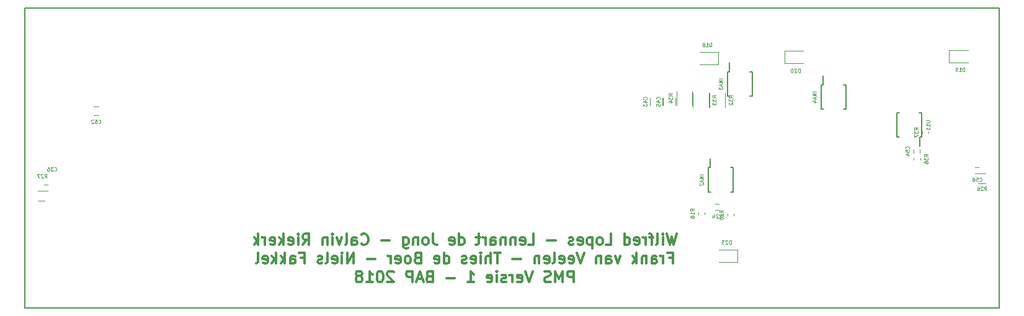
<source format=gbr>
G04 #@! TF.FileFunction,Legend,Bot*
%FSLAX46Y46*%
G04 Gerber Fmt 4.6, Leading zero omitted, Abs format (unit mm)*
G04 Created by KiCad (PCBNEW 4.0.7) date 06/14/18 22:28:00*
%MOMM*%
%LPD*%
G01*
G04 APERTURE LIST*
%ADD10C,0.100000*%
%ADD11C,0.300000*%
%ADD12C,0.150000*%
%ADD13C,0.120000*%
%ADD14C,0.125000*%
G04 APERTURE END LIST*
D10*
D11*
X113927142Y-153878571D02*
X113569999Y-155378571D01*
X113284285Y-154307143D01*
X112998571Y-155378571D01*
X112641428Y-153878571D01*
X112069999Y-155378571D02*
X112069999Y-154378571D01*
X112069999Y-153878571D02*
X112141428Y-153950000D01*
X112069999Y-154021429D01*
X111998571Y-153950000D01*
X112069999Y-153878571D01*
X112069999Y-154021429D01*
X111141427Y-155378571D02*
X111284285Y-155307143D01*
X111355713Y-155164286D01*
X111355713Y-153878571D01*
X110784285Y-154378571D02*
X110212856Y-154378571D01*
X110569999Y-155378571D02*
X110569999Y-154092857D01*
X110498571Y-153950000D01*
X110355713Y-153878571D01*
X110212856Y-153878571D01*
X109712856Y-155378571D02*
X109712856Y-154378571D01*
X109712856Y-154664286D02*
X109641428Y-154521429D01*
X109569999Y-154450000D01*
X109427142Y-154378571D01*
X109284285Y-154378571D01*
X108212857Y-155307143D02*
X108355714Y-155378571D01*
X108641428Y-155378571D01*
X108784285Y-155307143D01*
X108855714Y-155164286D01*
X108855714Y-154592857D01*
X108784285Y-154450000D01*
X108641428Y-154378571D01*
X108355714Y-154378571D01*
X108212857Y-154450000D01*
X108141428Y-154592857D01*
X108141428Y-154735714D01*
X108855714Y-154878571D01*
X106855714Y-155378571D02*
X106855714Y-153878571D01*
X106855714Y-155307143D02*
X106998571Y-155378571D01*
X107284285Y-155378571D01*
X107427143Y-155307143D01*
X107498571Y-155235714D01*
X107570000Y-155092857D01*
X107570000Y-154664286D01*
X107498571Y-154521429D01*
X107427143Y-154450000D01*
X107284285Y-154378571D01*
X106998571Y-154378571D01*
X106855714Y-154450000D01*
X104284285Y-155378571D02*
X104998571Y-155378571D01*
X104998571Y-153878571D01*
X103569999Y-155378571D02*
X103712857Y-155307143D01*
X103784285Y-155235714D01*
X103855714Y-155092857D01*
X103855714Y-154664286D01*
X103784285Y-154521429D01*
X103712857Y-154450000D01*
X103569999Y-154378571D01*
X103355714Y-154378571D01*
X103212857Y-154450000D01*
X103141428Y-154521429D01*
X103069999Y-154664286D01*
X103069999Y-155092857D01*
X103141428Y-155235714D01*
X103212857Y-155307143D01*
X103355714Y-155378571D01*
X103569999Y-155378571D01*
X102427142Y-154378571D02*
X102427142Y-155878571D01*
X102427142Y-154450000D02*
X102284285Y-154378571D01*
X101998571Y-154378571D01*
X101855714Y-154450000D01*
X101784285Y-154521429D01*
X101712856Y-154664286D01*
X101712856Y-155092857D01*
X101784285Y-155235714D01*
X101855714Y-155307143D01*
X101998571Y-155378571D01*
X102284285Y-155378571D01*
X102427142Y-155307143D01*
X100498571Y-155307143D02*
X100641428Y-155378571D01*
X100927142Y-155378571D01*
X101069999Y-155307143D01*
X101141428Y-155164286D01*
X101141428Y-154592857D01*
X101069999Y-154450000D01*
X100927142Y-154378571D01*
X100641428Y-154378571D01*
X100498571Y-154450000D01*
X100427142Y-154592857D01*
X100427142Y-154735714D01*
X101141428Y-154878571D01*
X99855714Y-155307143D02*
X99712857Y-155378571D01*
X99427142Y-155378571D01*
X99284285Y-155307143D01*
X99212857Y-155164286D01*
X99212857Y-155092857D01*
X99284285Y-154950000D01*
X99427142Y-154878571D01*
X99641428Y-154878571D01*
X99784285Y-154807143D01*
X99855714Y-154664286D01*
X99855714Y-154592857D01*
X99784285Y-154450000D01*
X99641428Y-154378571D01*
X99427142Y-154378571D01*
X99284285Y-154450000D01*
X97427142Y-154807143D02*
X96284285Y-154807143D01*
X93712856Y-155378571D02*
X94427142Y-155378571D01*
X94427142Y-153878571D01*
X92641428Y-155307143D02*
X92784285Y-155378571D01*
X93069999Y-155378571D01*
X93212856Y-155307143D01*
X93284285Y-155164286D01*
X93284285Y-154592857D01*
X93212856Y-154450000D01*
X93069999Y-154378571D01*
X92784285Y-154378571D01*
X92641428Y-154450000D01*
X92569999Y-154592857D01*
X92569999Y-154735714D01*
X93284285Y-154878571D01*
X91927142Y-154378571D02*
X91927142Y-155378571D01*
X91927142Y-154521429D02*
X91855714Y-154450000D01*
X91712856Y-154378571D01*
X91498571Y-154378571D01*
X91355714Y-154450000D01*
X91284285Y-154592857D01*
X91284285Y-155378571D01*
X90569999Y-154378571D02*
X90569999Y-155378571D01*
X90569999Y-154521429D02*
X90498571Y-154450000D01*
X90355713Y-154378571D01*
X90141428Y-154378571D01*
X89998571Y-154450000D01*
X89927142Y-154592857D01*
X89927142Y-155378571D01*
X88569999Y-155378571D02*
X88569999Y-154592857D01*
X88641428Y-154450000D01*
X88784285Y-154378571D01*
X89069999Y-154378571D01*
X89212856Y-154450000D01*
X88569999Y-155307143D02*
X88712856Y-155378571D01*
X89069999Y-155378571D01*
X89212856Y-155307143D01*
X89284285Y-155164286D01*
X89284285Y-155021429D01*
X89212856Y-154878571D01*
X89069999Y-154807143D01*
X88712856Y-154807143D01*
X88569999Y-154735714D01*
X87855713Y-155378571D02*
X87855713Y-154378571D01*
X87855713Y-154664286D02*
X87784285Y-154521429D01*
X87712856Y-154450000D01*
X87569999Y-154378571D01*
X87427142Y-154378571D01*
X87141428Y-154378571D02*
X86569999Y-154378571D01*
X86927142Y-153878571D02*
X86927142Y-155164286D01*
X86855714Y-155307143D01*
X86712856Y-155378571D01*
X86569999Y-155378571D01*
X84284285Y-155378571D02*
X84284285Y-153878571D01*
X84284285Y-155307143D02*
X84427142Y-155378571D01*
X84712856Y-155378571D01*
X84855714Y-155307143D01*
X84927142Y-155235714D01*
X84998571Y-155092857D01*
X84998571Y-154664286D01*
X84927142Y-154521429D01*
X84855714Y-154450000D01*
X84712856Y-154378571D01*
X84427142Y-154378571D01*
X84284285Y-154450000D01*
X82998571Y-155307143D02*
X83141428Y-155378571D01*
X83427142Y-155378571D01*
X83569999Y-155307143D01*
X83641428Y-155164286D01*
X83641428Y-154592857D01*
X83569999Y-154450000D01*
X83427142Y-154378571D01*
X83141428Y-154378571D01*
X82998571Y-154450000D01*
X82927142Y-154592857D01*
X82927142Y-154735714D01*
X83641428Y-154878571D01*
X80712857Y-153878571D02*
X80712857Y-154950000D01*
X80784285Y-155164286D01*
X80927142Y-155307143D01*
X81141428Y-155378571D01*
X81284285Y-155378571D01*
X79784285Y-155378571D02*
X79927143Y-155307143D01*
X79998571Y-155235714D01*
X80070000Y-155092857D01*
X80070000Y-154664286D01*
X79998571Y-154521429D01*
X79927143Y-154450000D01*
X79784285Y-154378571D01*
X79570000Y-154378571D01*
X79427143Y-154450000D01*
X79355714Y-154521429D01*
X79284285Y-154664286D01*
X79284285Y-155092857D01*
X79355714Y-155235714D01*
X79427143Y-155307143D01*
X79570000Y-155378571D01*
X79784285Y-155378571D01*
X78641428Y-154378571D02*
X78641428Y-155378571D01*
X78641428Y-154521429D02*
X78570000Y-154450000D01*
X78427142Y-154378571D01*
X78212857Y-154378571D01*
X78070000Y-154450000D01*
X77998571Y-154592857D01*
X77998571Y-155378571D01*
X76641428Y-154378571D02*
X76641428Y-155592857D01*
X76712857Y-155735714D01*
X76784285Y-155807143D01*
X76927142Y-155878571D01*
X77141428Y-155878571D01*
X77284285Y-155807143D01*
X76641428Y-155307143D02*
X76784285Y-155378571D01*
X77069999Y-155378571D01*
X77212857Y-155307143D01*
X77284285Y-155235714D01*
X77355714Y-155092857D01*
X77355714Y-154664286D01*
X77284285Y-154521429D01*
X77212857Y-154450000D01*
X77069999Y-154378571D01*
X76784285Y-154378571D01*
X76641428Y-154450000D01*
X74784285Y-154807143D02*
X73641428Y-154807143D01*
X70927142Y-155235714D02*
X70998571Y-155307143D01*
X71212857Y-155378571D01*
X71355714Y-155378571D01*
X71569999Y-155307143D01*
X71712857Y-155164286D01*
X71784285Y-155021429D01*
X71855714Y-154735714D01*
X71855714Y-154521429D01*
X71784285Y-154235714D01*
X71712857Y-154092857D01*
X71569999Y-153950000D01*
X71355714Y-153878571D01*
X71212857Y-153878571D01*
X70998571Y-153950000D01*
X70927142Y-154021429D01*
X69641428Y-155378571D02*
X69641428Y-154592857D01*
X69712857Y-154450000D01*
X69855714Y-154378571D01*
X70141428Y-154378571D01*
X70284285Y-154450000D01*
X69641428Y-155307143D02*
X69784285Y-155378571D01*
X70141428Y-155378571D01*
X70284285Y-155307143D01*
X70355714Y-155164286D01*
X70355714Y-155021429D01*
X70284285Y-154878571D01*
X70141428Y-154807143D01*
X69784285Y-154807143D01*
X69641428Y-154735714D01*
X68712856Y-155378571D02*
X68855714Y-155307143D01*
X68927142Y-155164286D01*
X68927142Y-153878571D01*
X68284285Y-154378571D02*
X67927142Y-155378571D01*
X67570000Y-154378571D01*
X66998571Y-155378571D02*
X66998571Y-154378571D01*
X66998571Y-153878571D02*
X67070000Y-153950000D01*
X66998571Y-154021429D01*
X66927143Y-153950000D01*
X66998571Y-153878571D01*
X66998571Y-154021429D01*
X66284285Y-154378571D02*
X66284285Y-155378571D01*
X66284285Y-154521429D02*
X66212857Y-154450000D01*
X66069999Y-154378571D01*
X65855714Y-154378571D01*
X65712857Y-154450000D01*
X65641428Y-154592857D01*
X65641428Y-155378571D01*
X62927142Y-155378571D02*
X63427142Y-154664286D01*
X63784285Y-155378571D02*
X63784285Y-153878571D01*
X63212857Y-153878571D01*
X63069999Y-153950000D01*
X62998571Y-154021429D01*
X62927142Y-154164286D01*
X62927142Y-154378571D01*
X62998571Y-154521429D01*
X63069999Y-154592857D01*
X63212857Y-154664286D01*
X63784285Y-154664286D01*
X62284285Y-155378571D02*
X62284285Y-154378571D01*
X62284285Y-153878571D02*
X62355714Y-153950000D01*
X62284285Y-154021429D01*
X62212857Y-153950000D01*
X62284285Y-153878571D01*
X62284285Y-154021429D01*
X60998571Y-155307143D02*
X61141428Y-155378571D01*
X61427142Y-155378571D01*
X61569999Y-155307143D01*
X61641428Y-155164286D01*
X61641428Y-154592857D01*
X61569999Y-154450000D01*
X61427142Y-154378571D01*
X61141428Y-154378571D01*
X60998571Y-154450000D01*
X60927142Y-154592857D01*
X60927142Y-154735714D01*
X61641428Y-154878571D01*
X60284285Y-155378571D02*
X60284285Y-153878571D01*
X60141428Y-154807143D02*
X59712857Y-155378571D01*
X59712857Y-154378571D02*
X60284285Y-154950000D01*
X58498571Y-155307143D02*
X58641428Y-155378571D01*
X58927142Y-155378571D01*
X59069999Y-155307143D01*
X59141428Y-155164286D01*
X59141428Y-154592857D01*
X59069999Y-154450000D01*
X58927142Y-154378571D01*
X58641428Y-154378571D01*
X58498571Y-154450000D01*
X58427142Y-154592857D01*
X58427142Y-154735714D01*
X59141428Y-154878571D01*
X57784285Y-155378571D02*
X57784285Y-154378571D01*
X57784285Y-154664286D02*
X57712857Y-154521429D01*
X57641428Y-154450000D01*
X57498571Y-154378571D01*
X57355714Y-154378571D01*
X56855714Y-155378571D02*
X56855714Y-153878571D01*
X56712857Y-154807143D02*
X56284286Y-155378571D01*
X56284286Y-154378571D02*
X56855714Y-154950000D01*
X112927141Y-157142857D02*
X113427141Y-157142857D01*
X113427141Y-157928571D02*
X113427141Y-156428571D01*
X112712855Y-156428571D01*
X112141427Y-157928571D02*
X112141427Y-156928571D01*
X112141427Y-157214286D02*
X112069999Y-157071429D01*
X111998570Y-157000000D01*
X111855713Y-156928571D01*
X111712856Y-156928571D01*
X110569999Y-157928571D02*
X110569999Y-157142857D01*
X110641428Y-157000000D01*
X110784285Y-156928571D01*
X111069999Y-156928571D01*
X111212856Y-157000000D01*
X110569999Y-157857143D02*
X110712856Y-157928571D01*
X111069999Y-157928571D01*
X111212856Y-157857143D01*
X111284285Y-157714286D01*
X111284285Y-157571429D01*
X111212856Y-157428571D01*
X111069999Y-157357143D01*
X110712856Y-157357143D01*
X110569999Y-157285714D01*
X109855713Y-156928571D02*
X109855713Y-157928571D01*
X109855713Y-157071429D02*
X109784285Y-157000000D01*
X109641427Y-156928571D01*
X109427142Y-156928571D01*
X109284285Y-157000000D01*
X109212856Y-157142857D01*
X109212856Y-157928571D01*
X108498570Y-157928571D02*
X108498570Y-156428571D01*
X108355713Y-157357143D02*
X107927142Y-157928571D01*
X107927142Y-156928571D02*
X108498570Y-157500000D01*
X106284284Y-156928571D02*
X105927141Y-157928571D01*
X105569999Y-156928571D01*
X104355713Y-157928571D02*
X104355713Y-157142857D01*
X104427142Y-157000000D01*
X104569999Y-156928571D01*
X104855713Y-156928571D01*
X104998570Y-157000000D01*
X104355713Y-157857143D02*
X104498570Y-157928571D01*
X104855713Y-157928571D01*
X104998570Y-157857143D01*
X105069999Y-157714286D01*
X105069999Y-157571429D01*
X104998570Y-157428571D01*
X104855713Y-157357143D01*
X104498570Y-157357143D01*
X104355713Y-157285714D01*
X103641427Y-156928571D02*
X103641427Y-157928571D01*
X103641427Y-157071429D02*
X103569999Y-157000000D01*
X103427141Y-156928571D01*
X103212856Y-156928571D01*
X103069999Y-157000000D01*
X102998570Y-157142857D01*
X102998570Y-157928571D01*
X101355713Y-156428571D02*
X100855713Y-157928571D01*
X100355713Y-156428571D01*
X99284285Y-157857143D02*
X99427142Y-157928571D01*
X99712856Y-157928571D01*
X99855713Y-157857143D01*
X99927142Y-157714286D01*
X99927142Y-157142857D01*
X99855713Y-157000000D01*
X99712856Y-156928571D01*
X99427142Y-156928571D01*
X99284285Y-157000000D01*
X99212856Y-157142857D01*
X99212856Y-157285714D01*
X99927142Y-157428571D01*
X97998571Y-157857143D02*
X98141428Y-157928571D01*
X98427142Y-157928571D01*
X98569999Y-157857143D01*
X98641428Y-157714286D01*
X98641428Y-157142857D01*
X98569999Y-157000000D01*
X98427142Y-156928571D01*
X98141428Y-156928571D01*
X97998571Y-157000000D01*
X97927142Y-157142857D01*
X97927142Y-157285714D01*
X98641428Y-157428571D01*
X97069999Y-157928571D02*
X97212857Y-157857143D01*
X97284285Y-157714286D01*
X97284285Y-156428571D01*
X95927143Y-157857143D02*
X96070000Y-157928571D01*
X96355714Y-157928571D01*
X96498571Y-157857143D01*
X96570000Y-157714286D01*
X96570000Y-157142857D01*
X96498571Y-157000000D01*
X96355714Y-156928571D01*
X96070000Y-156928571D01*
X95927143Y-157000000D01*
X95855714Y-157142857D01*
X95855714Y-157285714D01*
X96570000Y-157428571D01*
X95212857Y-156928571D02*
X95212857Y-157928571D01*
X95212857Y-157071429D02*
X95141429Y-157000000D01*
X94998571Y-156928571D01*
X94784286Y-156928571D01*
X94641429Y-157000000D01*
X94570000Y-157142857D01*
X94570000Y-157928571D01*
X92712857Y-157357143D02*
X91570000Y-157357143D01*
X89927143Y-156428571D02*
X89070000Y-156428571D01*
X89498571Y-157928571D02*
X89498571Y-156428571D01*
X88570000Y-157928571D02*
X88570000Y-156428571D01*
X87927143Y-157928571D02*
X87927143Y-157142857D01*
X87998572Y-157000000D01*
X88141429Y-156928571D01*
X88355714Y-156928571D01*
X88498572Y-157000000D01*
X88570000Y-157071429D01*
X87212857Y-157928571D02*
X87212857Y-156928571D01*
X87212857Y-156428571D02*
X87284286Y-156500000D01*
X87212857Y-156571429D01*
X87141429Y-156500000D01*
X87212857Y-156428571D01*
X87212857Y-156571429D01*
X85927143Y-157857143D02*
X86070000Y-157928571D01*
X86355714Y-157928571D01*
X86498571Y-157857143D01*
X86570000Y-157714286D01*
X86570000Y-157142857D01*
X86498571Y-157000000D01*
X86355714Y-156928571D01*
X86070000Y-156928571D01*
X85927143Y-157000000D01*
X85855714Y-157142857D01*
X85855714Y-157285714D01*
X86570000Y-157428571D01*
X85284286Y-157857143D02*
X85141429Y-157928571D01*
X84855714Y-157928571D01*
X84712857Y-157857143D01*
X84641429Y-157714286D01*
X84641429Y-157642857D01*
X84712857Y-157500000D01*
X84855714Y-157428571D01*
X85070000Y-157428571D01*
X85212857Y-157357143D01*
X85284286Y-157214286D01*
X85284286Y-157142857D01*
X85212857Y-157000000D01*
X85070000Y-156928571D01*
X84855714Y-156928571D01*
X84712857Y-157000000D01*
X82212857Y-157928571D02*
X82212857Y-156428571D01*
X82212857Y-157857143D02*
X82355714Y-157928571D01*
X82641428Y-157928571D01*
X82784286Y-157857143D01*
X82855714Y-157785714D01*
X82927143Y-157642857D01*
X82927143Y-157214286D01*
X82855714Y-157071429D01*
X82784286Y-157000000D01*
X82641428Y-156928571D01*
X82355714Y-156928571D01*
X82212857Y-157000000D01*
X80927143Y-157857143D02*
X81070000Y-157928571D01*
X81355714Y-157928571D01*
X81498571Y-157857143D01*
X81570000Y-157714286D01*
X81570000Y-157142857D01*
X81498571Y-157000000D01*
X81355714Y-156928571D01*
X81070000Y-156928571D01*
X80927143Y-157000000D01*
X80855714Y-157142857D01*
X80855714Y-157285714D01*
X81570000Y-157428571D01*
X78570000Y-157142857D02*
X78355714Y-157214286D01*
X78284286Y-157285714D01*
X78212857Y-157428571D01*
X78212857Y-157642857D01*
X78284286Y-157785714D01*
X78355714Y-157857143D01*
X78498572Y-157928571D01*
X79070000Y-157928571D01*
X79070000Y-156428571D01*
X78570000Y-156428571D01*
X78427143Y-156500000D01*
X78355714Y-156571429D01*
X78284286Y-156714286D01*
X78284286Y-156857143D01*
X78355714Y-157000000D01*
X78427143Y-157071429D01*
X78570000Y-157142857D01*
X79070000Y-157142857D01*
X77355714Y-157928571D02*
X77498572Y-157857143D01*
X77570000Y-157785714D01*
X77641429Y-157642857D01*
X77641429Y-157214286D01*
X77570000Y-157071429D01*
X77498572Y-157000000D01*
X77355714Y-156928571D01*
X77141429Y-156928571D01*
X76998572Y-157000000D01*
X76927143Y-157071429D01*
X76855714Y-157214286D01*
X76855714Y-157642857D01*
X76927143Y-157785714D01*
X76998572Y-157857143D01*
X77141429Y-157928571D01*
X77355714Y-157928571D01*
X75641429Y-157857143D02*
X75784286Y-157928571D01*
X76070000Y-157928571D01*
X76212857Y-157857143D01*
X76284286Y-157714286D01*
X76284286Y-157142857D01*
X76212857Y-157000000D01*
X76070000Y-156928571D01*
X75784286Y-156928571D01*
X75641429Y-157000000D01*
X75570000Y-157142857D01*
X75570000Y-157285714D01*
X76284286Y-157428571D01*
X74927143Y-157928571D02*
X74927143Y-156928571D01*
X74927143Y-157214286D02*
X74855715Y-157071429D01*
X74784286Y-157000000D01*
X74641429Y-156928571D01*
X74498572Y-156928571D01*
X72855715Y-157357143D02*
X71712858Y-157357143D01*
X69855715Y-157928571D02*
X69855715Y-156428571D01*
X68998572Y-157928571D01*
X68998572Y-156428571D01*
X68284286Y-157928571D02*
X68284286Y-156928571D01*
X68284286Y-156428571D02*
X68355715Y-156500000D01*
X68284286Y-156571429D01*
X68212858Y-156500000D01*
X68284286Y-156428571D01*
X68284286Y-156571429D01*
X66998572Y-157857143D02*
X67141429Y-157928571D01*
X67427143Y-157928571D01*
X67570000Y-157857143D01*
X67641429Y-157714286D01*
X67641429Y-157142857D01*
X67570000Y-157000000D01*
X67427143Y-156928571D01*
X67141429Y-156928571D01*
X66998572Y-157000000D01*
X66927143Y-157142857D01*
X66927143Y-157285714D01*
X67641429Y-157428571D01*
X66070000Y-157928571D02*
X66212858Y-157857143D01*
X66284286Y-157714286D01*
X66284286Y-156428571D01*
X65570001Y-157857143D02*
X65427144Y-157928571D01*
X65141429Y-157928571D01*
X64998572Y-157857143D01*
X64927144Y-157714286D01*
X64927144Y-157642857D01*
X64998572Y-157500000D01*
X65141429Y-157428571D01*
X65355715Y-157428571D01*
X65498572Y-157357143D01*
X65570001Y-157214286D01*
X65570001Y-157142857D01*
X65498572Y-157000000D01*
X65355715Y-156928571D01*
X65141429Y-156928571D01*
X64998572Y-157000000D01*
X62641429Y-157142857D02*
X63141429Y-157142857D01*
X63141429Y-157928571D02*
X63141429Y-156428571D01*
X62427143Y-156428571D01*
X61212858Y-157928571D02*
X61212858Y-157142857D01*
X61284287Y-157000000D01*
X61427144Y-156928571D01*
X61712858Y-156928571D01*
X61855715Y-157000000D01*
X61212858Y-157857143D02*
X61355715Y-157928571D01*
X61712858Y-157928571D01*
X61855715Y-157857143D01*
X61927144Y-157714286D01*
X61927144Y-157571429D01*
X61855715Y-157428571D01*
X61712858Y-157357143D01*
X61355715Y-157357143D01*
X61212858Y-157285714D01*
X60498572Y-157928571D02*
X60498572Y-156428571D01*
X60355715Y-157357143D02*
X59927144Y-157928571D01*
X59927144Y-156928571D02*
X60498572Y-157500000D01*
X59284286Y-157928571D02*
X59284286Y-156428571D01*
X59141429Y-157357143D02*
X58712858Y-157928571D01*
X58712858Y-156928571D02*
X59284286Y-157500000D01*
X57498572Y-157857143D02*
X57641429Y-157928571D01*
X57927143Y-157928571D01*
X58070000Y-157857143D01*
X58141429Y-157714286D01*
X58141429Y-157142857D01*
X58070000Y-157000000D01*
X57927143Y-156928571D01*
X57641429Y-156928571D01*
X57498572Y-157000000D01*
X57427143Y-157142857D01*
X57427143Y-157285714D01*
X58141429Y-157428571D01*
X56570000Y-157928571D02*
X56712858Y-157857143D01*
X56784286Y-157714286D01*
X56784286Y-156428571D01*
X99891426Y-160478571D02*
X99891426Y-158978571D01*
X99319998Y-158978571D01*
X99177140Y-159050000D01*
X99105712Y-159121429D01*
X99034283Y-159264286D01*
X99034283Y-159478571D01*
X99105712Y-159621429D01*
X99177140Y-159692857D01*
X99319998Y-159764286D01*
X99891426Y-159764286D01*
X98391426Y-160478571D02*
X98391426Y-158978571D01*
X97891426Y-160050000D01*
X97391426Y-158978571D01*
X97391426Y-160478571D01*
X96748569Y-160407143D02*
X96534283Y-160478571D01*
X96177140Y-160478571D01*
X96034283Y-160407143D01*
X95962854Y-160335714D01*
X95891426Y-160192857D01*
X95891426Y-160050000D01*
X95962854Y-159907143D01*
X96034283Y-159835714D01*
X96177140Y-159764286D01*
X96462854Y-159692857D01*
X96605712Y-159621429D01*
X96677140Y-159550000D01*
X96748569Y-159407143D01*
X96748569Y-159264286D01*
X96677140Y-159121429D01*
X96605712Y-159050000D01*
X96462854Y-158978571D01*
X96105712Y-158978571D01*
X95891426Y-159050000D01*
X94319998Y-158978571D02*
X93819998Y-160478571D01*
X93319998Y-158978571D01*
X92248570Y-160407143D02*
X92391427Y-160478571D01*
X92677141Y-160478571D01*
X92819998Y-160407143D01*
X92891427Y-160264286D01*
X92891427Y-159692857D01*
X92819998Y-159550000D01*
X92677141Y-159478571D01*
X92391427Y-159478571D01*
X92248570Y-159550000D01*
X92177141Y-159692857D01*
X92177141Y-159835714D01*
X92891427Y-159978571D01*
X91534284Y-160478571D02*
X91534284Y-159478571D01*
X91534284Y-159764286D02*
X91462856Y-159621429D01*
X91391427Y-159550000D01*
X91248570Y-159478571D01*
X91105713Y-159478571D01*
X90677142Y-160407143D02*
X90534285Y-160478571D01*
X90248570Y-160478571D01*
X90105713Y-160407143D01*
X90034285Y-160264286D01*
X90034285Y-160192857D01*
X90105713Y-160050000D01*
X90248570Y-159978571D01*
X90462856Y-159978571D01*
X90605713Y-159907143D01*
X90677142Y-159764286D01*
X90677142Y-159692857D01*
X90605713Y-159550000D01*
X90462856Y-159478571D01*
X90248570Y-159478571D01*
X90105713Y-159550000D01*
X89391427Y-160478571D02*
X89391427Y-159478571D01*
X89391427Y-158978571D02*
X89462856Y-159050000D01*
X89391427Y-159121429D01*
X89319999Y-159050000D01*
X89391427Y-158978571D01*
X89391427Y-159121429D01*
X88105713Y-160407143D02*
X88248570Y-160478571D01*
X88534284Y-160478571D01*
X88677141Y-160407143D01*
X88748570Y-160264286D01*
X88748570Y-159692857D01*
X88677141Y-159550000D01*
X88534284Y-159478571D01*
X88248570Y-159478571D01*
X88105713Y-159550000D01*
X88034284Y-159692857D01*
X88034284Y-159835714D01*
X88748570Y-159978571D01*
X85462856Y-160478571D02*
X86319999Y-160478571D01*
X85891427Y-160478571D02*
X85891427Y-158978571D01*
X86034284Y-159192857D01*
X86177142Y-159335714D01*
X86319999Y-159407143D01*
X83677142Y-159907143D02*
X82534285Y-159907143D01*
X80177142Y-159692857D02*
X79962856Y-159764286D01*
X79891428Y-159835714D01*
X79819999Y-159978571D01*
X79819999Y-160192857D01*
X79891428Y-160335714D01*
X79962856Y-160407143D01*
X80105714Y-160478571D01*
X80677142Y-160478571D01*
X80677142Y-158978571D01*
X80177142Y-158978571D01*
X80034285Y-159050000D01*
X79962856Y-159121429D01*
X79891428Y-159264286D01*
X79891428Y-159407143D01*
X79962856Y-159550000D01*
X80034285Y-159621429D01*
X80177142Y-159692857D01*
X80677142Y-159692857D01*
X79248571Y-160050000D02*
X78534285Y-160050000D01*
X79391428Y-160478571D02*
X78891428Y-158978571D01*
X78391428Y-160478571D01*
X77891428Y-160478571D02*
X77891428Y-158978571D01*
X77320000Y-158978571D01*
X77177142Y-159050000D01*
X77105714Y-159121429D01*
X77034285Y-159264286D01*
X77034285Y-159478571D01*
X77105714Y-159621429D01*
X77177142Y-159692857D01*
X77320000Y-159764286D01*
X77891428Y-159764286D01*
X75320000Y-159121429D02*
X75248571Y-159050000D01*
X75105714Y-158978571D01*
X74748571Y-158978571D01*
X74605714Y-159050000D01*
X74534285Y-159121429D01*
X74462857Y-159264286D01*
X74462857Y-159407143D01*
X74534285Y-159621429D01*
X75391428Y-160478571D01*
X74462857Y-160478571D01*
X73534286Y-158978571D02*
X73391429Y-158978571D01*
X73248572Y-159050000D01*
X73177143Y-159121429D01*
X73105714Y-159264286D01*
X73034286Y-159550000D01*
X73034286Y-159907143D01*
X73105714Y-160192857D01*
X73177143Y-160335714D01*
X73248572Y-160407143D01*
X73391429Y-160478571D01*
X73534286Y-160478571D01*
X73677143Y-160407143D01*
X73748572Y-160335714D01*
X73820000Y-160192857D01*
X73891429Y-159907143D01*
X73891429Y-159550000D01*
X73820000Y-159264286D01*
X73748572Y-159121429D01*
X73677143Y-159050000D01*
X73534286Y-158978571D01*
X71605715Y-160478571D02*
X72462858Y-160478571D01*
X72034286Y-160478571D02*
X72034286Y-158978571D01*
X72177143Y-159192857D01*
X72320001Y-159335714D01*
X72462858Y-159407143D01*
X70748572Y-159621429D02*
X70891430Y-159550000D01*
X70962858Y-159478571D01*
X71034287Y-159335714D01*
X71034287Y-159264286D01*
X70962858Y-159121429D01*
X70891430Y-159050000D01*
X70748572Y-158978571D01*
X70462858Y-158978571D01*
X70320001Y-159050000D01*
X70248572Y-159121429D01*
X70177144Y-159264286D01*
X70177144Y-159335714D01*
X70248572Y-159478571D01*
X70320001Y-159550000D01*
X70462858Y-159621429D01*
X70748572Y-159621429D01*
X70891430Y-159692857D01*
X70962858Y-159764286D01*
X71034287Y-159907143D01*
X71034287Y-160192857D01*
X70962858Y-160335714D01*
X70891430Y-160407143D01*
X70748572Y-160478571D01*
X70462858Y-160478571D01*
X70320001Y-160407143D01*
X70248572Y-160335714D01*
X70177144Y-160192857D01*
X70177144Y-159907143D01*
X70248572Y-159764286D01*
X70320001Y-159692857D01*
X70462858Y-159621429D01*
D12*
X25000000Y-164000000D02*
X25000000Y-123000000D01*
X158000000Y-164000000D02*
X25000000Y-164000000D01*
X158000000Y-123000000D02*
X158000000Y-164000000D01*
X25000000Y-123000000D02*
X158000000Y-123000000D01*
D13*
X35060000Y-136460000D02*
X34360000Y-136460000D01*
X34360000Y-137660000D02*
X35060000Y-137660000D01*
X119750000Y-149810000D02*
X119250000Y-149810000D01*
X119250000Y-150610000D02*
X119750000Y-150610000D01*
X110330000Y-136300000D02*
X110330000Y-135300000D01*
X112030000Y-135300000D02*
X112030000Y-136300000D01*
X112130000Y-136300000D02*
X112130000Y-135300000D01*
X113830000Y-135300000D02*
X113830000Y-136300000D01*
X147140000Y-142810000D02*
X147140000Y-142310000D01*
X146340000Y-142310000D02*
X146340000Y-142810000D01*
X155220000Y-144790000D02*
X154720000Y-144790000D01*
X154720000Y-145590000D02*
X155220000Y-145590000D01*
D12*
X118285000Y-144825000D02*
X118510000Y-144825000D01*
X118285000Y-148175000D02*
X118585000Y-148175000D01*
X121635000Y-148175000D02*
X121335000Y-148175000D01*
X121635000Y-144825000D02*
X121335000Y-144825000D01*
X118285000Y-144825000D02*
X118285000Y-148175000D01*
X121635000Y-144825000D02*
X121635000Y-148175000D01*
X118510000Y-144825000D02*
X118510000Y-143600000D01*
X120905000Y-131725000D02*
X121130000Y-131725000D01*
X120905000Y-135075000D02*
X121205000Y-135075000D01*
X124255000Y-135075000D02*
X123955000Y-135075000D01*
X124255000Y-131725000D02*
X123955000Y-131725000D01*
X120905000Y-131725000D02*
X120905000Y-135075000D01*
X124255000Y-131725000D02*
X124255000Y-135075000D01*
X121130000Y-131725000D02*
X121130000Y-130500000D01*
X133725000Y-133505000D02*
X133950000Y-133505000D01*
X133725000Y-136855000D02*
X134025000Y-136855000D01*
X137075000Y-136855000D02*
X136775000Y-136855000D01*
X137075000Y-133505000D02*
X136775000Y-133505000D01*
X133725000Y-133505000D02*
X133725000Y-136855000D01*
X137075000Y-133505000D02*
X137075000Y-136855000D01*
X133950000Y-133505000D02*
X133950000Y-132280000D01*
D13*
X116890000Y-151190000D02*
X116890000Y-150950000D01*
X117770000Y-150950000D02*
X117770000Y-151190000D01*
X120890000Y-151410000D02*
X120890000Y-151170000D01*
X121770000Y-151170000D02*
X121770000Y-151410000D01*
X156140000Y-145590000D02*
X155140000Y-145590000D01*
X155140000Y-146950000D02*
X156140000Y-146950000D01*
X118450000Y-134600000D02*
X118450000Y-136600000D01*
X120590000Y-136600000D02*
X120590000Y-134600000D01*
X116190000Y-134600000D02*
X116190000Y-136600000D01*
X118330000Y-136600000D02*
X118330000Y-134600000D01*
X116080000Y-136330000D02*
X116080000Y-134330000D01*
X113940000Y-134330000D02*
X113940000Y-136330000D01*
X147220000Y-143500000D02*
X147220000Y-143740000D01*
X146340000Y-143740000D02*
X146340000Y-143500000D01*
X147470000Y-140100000D02*
X147470000Y-139860000D01*
X148350000Y-139860000D02*
X148350000Y-140100000D01*
D12*
X147385000Y-140675000D02*
X147160000Y-140675000D01*
X147385000Y-137325000D02*
X147085000Y-137325000D01*
X144035000Y-137325000D02*
X144335000Y-137325000D01*
X144035000Y-140675000D02*
X144335000Y-140675000D01*
X147385000Y-140675000D02*
X147385000Y-137325000D01*
X144035000Y-140675000D02*
X144035000Y-137325000D01*
X147160000Y-140675000D02*
X147160000Y-141900000D01*
D13*
X28140000Y-147190000D02*
X27640000Y-147190000D01*
X27640000Y-147990000D02*
X28140000Y-147990000D01*
X27720000Y-147990000D02*
X26720000Y-147990000D01*
X26720000Y-149350000D02*
X27720000Y-149350000D01*
X119630000Y-129060000D02*
X119630000Y-130760000D01*
X119630000Y-130760000D02*
X117080000Y-130760000D01*
X119630000Y-129060000D02*
X117080000Y-129060000D01*
X151170000Y-130450000D02*
X151170000Y-128750000D01*
X151170000Y-128750000D02*
X153720000Y-128750000D01*
X151170000Y-130450000D02*
X153720000Y-130450000D01*
X128680000Y-130570000D02*
X128680000Y-128870000D01*
X128680000Y-128870000D02*
X131230000Y-128870000D01*
X128680000Y-130570000D02*
X131230000Y-130570000D01*
X122280000Y-156060000D02*
X122280000Y-157760000D01*
X122280000Y-157760000D02*
X119730000Y-157760000D01*
X122280000Y-156060000D02*
X119730000Y-156060000D01*
D14*
X35031428Y-138738571D02*
X35055238Y-138762381D01*
X35126666Y-138786190D01*
X35174285Y-138786190D01*
X35245714Y-138762381D01*
X35293333Y-138714762D01*
X35317142Y-138667143D01*
X35340952Y-138571905D01*
X35340952Y-138500476D01*
X35317142Y-138405238D01*
X35293333Y-138357619D01*
X35245714Y-138310000D01*
X35174285Y-138286190D01*
X35126666Y-138286190D01*
X35055238Y-138310000D01*
X35031428Y-138333810D01*
X34602857Y-138286190D02*
X34698095Y-138286190D01*
X34745714Y-138310000D01*
X34769523Y-138333810D01*
X34817142Y-138405238D01*
X34840952Y-138500476D01*
X34840952Y-138690952D01*
X34817142Y-138738571D01*
X34793333Y-138762381D01*
X34745714Y-138786190D01*
X34650476Y-138786190D01*
X34602857Y-138762381D01*
X34579047Y-138738571D01*
X34555238Y-138690952D01*
X34555238Y-138571905D01*
X34579047Y-138524286D01*
X34602857Y-138500476D01*
X34650476Y-138476667D01*
X34745714Y-138476667D01*
X34793333Y-138500476D01*
X34817142Y-138524286D01*
X34840952Y-138571905D01*
X34364762Y-138333810D02*
X34340952Y-138310000D01*
X34293333Y-138286190D01*
X34174286Y-138286190D01*
X34126667Y-138310000D01*
X34102857Y-138333810D01*
X34079048Y-138381429D01*
X34079048Y-138429048D01*
X34102857Y-138500476D01*
X34388571Y-138786190D01*
X34079048Y-138786190D01*
X119821428Y-151658571D02*
X119845238Y-151682381D01*
X119916666Y-151706190D01*
X119964285Y-151706190D01*
X120035714Y-151682381D01*
X120083333Y-151634762D01*
X120107142Y-151587143D01*
X120130952Y-151491905D01*
X120130952Y-151420476D01*
X120107142Y-151325238D01*
X120083333Y-151277619D01*
X120035714Y-151230000D01*
X119964285Y-151206190D01*
X119916666Y-151206190D01*
X119845238Y-151230000D01*
X119821428Y-151253810D01*
X119630952Y-151253810D02*
X119607142Y-151230000D01*
X119559523Y-151206190D01*
X119440476Y-151206190D01*
X119392857Y-151230000D01*
X119369047Y-151253810D01*
X119345238Y-151301429D01*
X119345238Y-151349048D01*
X119369047Y-151420476D01*
X119654761Y-151706190D01*
X119345238Y-151706190D01*
X118916667Y-151372857D02*
X118916667Y-151706190D01*
X119035714Y-151182381D02*
X119154762Y-151539524D01*
X118845238Y-151539524D01*
X109858571Y-135478572D02*
X109882381Y-135454762D01*
X109906190Y-135383334D01*
X109906190Y-135335715D01*
X109882381Y-135264286D01*
X109834762Y-135216667D01*
X109787143Y-135192858D01*
X109691905Y-135169048D01*
X109620476Y-135169048D01*
X109525238Y-135192858D01*
X109477619Y-135216667D01*
X109430000Y-135264286D01*
X109406190Y-135335715D01*
X109406190Y-135383334D01*
X109430000Y-135454762D01*
X109453810Y-135478572D01*
X109572857Y-135907143D02*
X109906190Y-135907143D01*
X109382381Y-135788096D02*
X109739524Y-135669048D01*
X109739524Y-135978572D01*
X109406190Y-136121429D02*
X109406190Y-136430952D01*
X109596667Y-136264286D01*
X109596667Y-136335714D01*
X109620476Y-136383333D01*
X109644286Y-136407143D01*
X109691905Y-136430952D01*
X109810952Y-136430952D01*
X109858571Y-136407143D01*
X109882381Y-136383333D01*
X109906190Y-136335714D01*
X109906190Y-136192857D01*
X109882381Y-136145238D01*
X109858571Y-136121429D01*
X111658571Y-135478572D02*
X111682381Y-135454762D01*
X111706190Y-135383334D01*
X111706190Y-135335715D01*
X111682381Y-135264286D01*
X111634762Y-135216667D01*
X111587143Y-135192858D01*
X111491905Y-135169048D01*
X111420476Y-135169048D01*
X111325238Y-135192858D01*
X111277619Y-135216667D01*
X111230000Y-135264286D01*
X111206190Y-135335715D01*
X111206190Y-135383334D01*
X111230000Y-135454762D01*
X111253810Y-135478572D01*
X111372857Y-135907143D02*
X111706190Y-135907143D01*
X111182381Y-135788096D02*
X111539524Y-135669048D01*
X111539524Y-135978572D01*
X111206190Y-136407143D02*
X111206190Y-136169048D01*
X111444286Y-136145238D01*
X111420476Y-136169048D01*
X111396667Y-136216667D01*
X111396667Y-136335714D01*
X111420476Y-136383333D01*
X111444286Y-136407143D01*
X111491905Y-136430952D01*
X111610952Y-136430952D01*
X111658571Y-136407143D01*
X111682381Y-136383333D01*
X111706190Y-136335714D01*
X111706190Y-136216667D01*
X111682381Y-136169048D01*
X111658571Y-136145238D01*
X145648571Y-142238572D02*
X145672381Y-142214762D01*
X145696190Y-142143334D01*
X145696190Y-142095715D01*
X145672381Y-142024286D01*
X145624762Y-141976667D01*
X145577143Y-141952858D01*
X145481905Y-141929048D01*
X145410476Y-141929048D01*
X145315238Y-141952858D01*
X145267619Y-141976667D01*
X145220000Y-142024286D01*
X145196190Y-142095715D01*
X145196190Y-142143334D01*
X145220000Y-142214762D01*
X145243810Y-142238572D01*
X145196190Y-142690953D02*
X145196190Y-142452858D01*
X145434286Y-142429048D01*
X145410476Y-142452858D01*
X145386667Y-142500477D01*
X145386667Y-142619524D01*
X145410476Y-142667143D01*
X145434286Y-142690953D01*
X145481905Y-142714762D01*
X145600952Y-142714762D01*
X145648571Y-142690953D01*
X145672381Y-142667143D01*
X145696190Y-142619524D01*
X145696190Y-142500477D01*
X145672381Y-142452858D01*
X145648571Y-142429048D01*
X145362857Y-143143333D02*
X145696190Y-143143333D01*
X145172381Y-143024286D02*
X145529524Y-142905238D01*
X145529524Y-143214762D01*
X155291428Y-146638571D02*
X155315238Y-146662381D01*
X155386666Y-146686190D01*
X155434285Y-146686190D01*
X155505714Y-146662381D01*
X155553333Y-146614762D01*
X155577142Y-146567143D01*
X155600952Y-146471905D01*
X155600952Y-146400476D01*
X155577142Y-146305238D01*
X155553333Y-146257619D01*
X155505714Y-146210000D01*
X155434285Y-146186190D01*
X155386666Y-146186190D01*
X155315238Y-146210000D01*
X155291428Y-146233810D01*
X154839047Y-146186190D02*
X155077142Y-146186190D01*
X155100952Y-146424286D01*
X155077142Y-146400476D01*
X155029523Y-146376667D01*
X154910476Y-146376667D01*
X154862857Y-146400476D01*
X154839047Y-146424286D01*
X154815238Y-146471905D01*
X154815238Y-146590952D01*
X154839047Y-146638571D01*
X154862857Y-146662381D01*
X154910476Y-146686190D01*
X155029523Y-146686190D01*
X155077142Y-146662381D01*
X155100952Y-146638571D01*
X154386667Y-146186190D02*
X154481905Y-146186190D01*
X154529524Y-146210000D01*
X154553333Y-146233810D01*
X154600952Y-146305238D01*
X154624762Y-146400476D01*
X154624762Y-146590952D01*
X154600952Y-146638571D01*
X154577143Y-146662381D01*
X154529524Y-146686190D01*
X154434286Y-146686190D01*
X154386667Y-146662381D01*
X154362857Y-146638571D01*
X154339048Y-146590952D01*
X154339048Y-146471905D01*
X154362857Y-146424286D01*
X154386667Y-146400476D01*
X154434286Y-146376667D01*
X154529524Y-146376667D01*
X154577143Y-146400476D01*
X154600952Y-146424286D01*
X154624762Y-146471905D01*
X117586190Y-145785715D02*
X117086190Y-145785715D01*
X117586190Y-146023810D02*
X117086190Y-146023810D01*
X117586190Y-146309524D01*
X117086190Y-146309524D01*
X117443333Y-146523810D02*
X117443333Y-146761905D01*
X117586190Y-146476191D02*
X117086190Y-146642858D01*
X117586190Y-146809524D01*
X117133810Y-146952381D02*
X117110000Y-146976191D01*
X117086190Y-147023810D01*
X117086190Y-147142857D01*
X117110000Y-147190476D01*
X117133810Y-147214286D01*
X117181429Y-147238095D01*
X117229048Y-147238095D01*
X117300476Y-147214286D01*
X117586190Y-146928572D01*
X117586190Y-147238095D01*
X120206190Y-132685715D02*
X119706190Y-132685715D01*
X120206190Y-132923810D02*
X119706190Y-132923810D01*
X120206190Y-133209524D01*
X119706190Y-133209524D01*
X120063333Y-133423810D02*
X120063333Y-133661905D01*
X120206190Y-133376191D02*
X119706190Y-133542858D01*
X120206190Y-133709524D01*
X119706190Y-133828572D02*
X119706190Y-134138095D01*
X119896667Y-133971429D01*
X119896667Y-134042857D01*
X119920476Y-134090476D01*
X119944286Y-134114286D01*
X119991905Y-134138095D01*
X120110952Y-134138095D01*
X120158571Y-134114286D01*
X120182381Y-134090476D01*
X120206190Y-134042857D01*
X120206190Y-133900000D01*
X120182381Y-133852381D01*
X120158571Y-133828572D01*
X133026190Y-134465715D02*
X132526190Y-134465715D01*
X133026190Y-134703810D02*
X132526190Y-134703810D01*
X133026190Y-134989524D01*
X132526190Y-134989524D01*
X132883333Y-135203810D02*
X132883333Y-135441905D01*
X133026190Y-135156191D02*
X132526190Y-135322858D01*
X133026190Y-135489524D01*
X132692857Y-135870476D02*
X133026190Y-135870476D01*
X132502381Y-135751429D02*
X132859524Y-135632381D01*
X132859524Y-135941905D01*
X116306190Y-150748572D02*
X116068095Y-150581905D01*
X116306190Y-150462858D02*
X115806190Y-150462858D01*
X115806190Y-150653334D01*
X115830000Y-150700953D01*
X115853810Y-150724762D01*
X115901429Y-150748572D01*
X115972857Y-150748572D01*
X116020476Y-150724762D01*
X116044286Y-150700953D01*
X116068095Y-150653334D01*
X116068095Y-150462858D01*
X116306190Y-151224762D02*
X116306190Y-150939048D01*
X116306190Y-151081905D02*
X115806190Y-151081905D01*
X115877619Y-151034286D01*
X115925238Y-150986667D01*
X115949048Y-150939048D01*
X116020476Y-151510476D02*
X115996667Y-151462857D01*
X115972857Y-151439048D01*
X115925238Y-151415238D01*
X115901429Y-151415238D01*
X115853810Y-151439048D01*
X115830000Y-151462857D01*
X115806190Y-151510476D01*
X115806190Y-151605714D01*
X115830000Y-151653333D01*
X115853810Y-151677143D01*
X115901429Y-151700952D01*
X115925238Y-151700952D01*
X115972857Y-151677143D01*
X115996667Y-151653333D01*
X116020476Y-151605714D01*
X116020476Y-151510476D01*
X116044286Y-151462857D01*
X116068095Y-151439048D01*
X116115714Y-151415238D01*
X116210952Y-151415238D01*
X116258571Y-151439048D01*
X116282381Y-151462857D01*
X116306190Y-151510476D01*
X116306190Y-151605714D01*
X116282381Y-151653333D01*
X116258571Y-151677143D01*
X116210952Y-151700952D01*
X116115714Y-151700952D01*
X116068095Y-151677143D01*
X116044286Y-151653333D01*
X116020476Y-151605714D01*
X120306190Y-150968572D02*
X120068095Y-150801905D01*
X120306190Y-150682858D02*
X119806190Y-150682858D01*
X119806190Y-150873334D01*
X119830000Y-150920953D01*
X119853810Y-150944762D01*
X119901429Y-150968572D01*
X119972857Y-150968572D01*
X120020476Y-150944762D01*
X120044286Y-150920953D01*
X120068095Y-150873334D01*
X120068095Y-150682858D01*
X119853810Y-151159048D02*
X119830000Y-151182858D01*
X119806190Y-151230477D01*
X119806190Y-151349524D01*
X119830000Y-151397143D01*
X119853810Y-151420953D01*
X119901429Y-151444762D01*
X119949048Y-151444762D01*
X120020476Y-151420953D01*
X120306190Y-151135239D01*
X120306190Y-151444762D01*
X119806190Y-151754286D02*
X119806190Y-151801905D01*
X119830000Y-151849524D01*
X119853810Y-151873333D01*
X119901429Y-151897143D01*
X119996667Y-151920952D01*
X120115714Y-151920952D01*
X120210952Y-151897143D01*
X120258571Y-151873333D01*
X120282381Y-151849524D01*
X120306190Y-151801905D01*
X120306190Y-151754286D01*
X120282381Y-151706667D01*
X120258571Y-151682857D01*
X120210952Y-151659048D01*
X120115714Y-151635238D01*
X119996667Y-151635238D01*
X119901429Y-151659048D01*
X119853810Y-151682857D01*
X119830000Y-151706667D01*
X119806190Y-151754286D01*
X155961428Y-147946190D02*
X156128095Y-147708095D01*
X156247142Y-147946190D02*
X156247142Y-147446190D01*
X156056666Y-147446190D01*
X156009047Y-147470000D01*
X155985238Y-147493810D01*
X155961428Y-147541429D01*
X155961428Y-147612857D01*
X155985238Y-147660476D01*
X156009047Y-147684286D01*
X156056666Y-147708095D01*
X156247142Y-147708095D01*
X155770952Y-147493810D02*
X155747142Y-147470000D01*
X155699523Y-147446190D01*
X155580476Y-147446190D01*
X155532857Y-147470000D01*
X155509047Y-147493810D01*
X155485238Y-147541429D01*
X155485238Y-147589048D01*
X155509047Y-147660476D01*
X155794761Y-147946190D01*
X155485238Y-147946190D01*
X155056667Y-147446190D02*
X155151905Y-147446190D01*
X155199524Y-147470000D01*
X155223333Y-147493810D01*
X155270952Y-147565238D01*
X155294762Y-147660476D01*
X155294762Y-147850952D01*
X155270952Y-147898571D01*
X155247143Y-147922381D01*
X155199524Y-147946190D01*
X155104286Y-147946190D01*
X155056667Y-147922381D01*
X155032857Y-147898571D01*
X155009048Y-147850952D01*
X155009048Y-147731905D01*
X155032857Y-147684286D01*
X155056667Y-147660476D01*
X155104286Y-147636667D01*
X155199524Y-147636667D01*
X155247143Y-147660476D01*
X155270952Y-147684286D01*
X155294762Y-147731905D01*
X121596190Y-135278572D02*
X121358095Y-135111905D01*
X121596190Y-134992858D02*
X121096190Y-134992858D01*
X121096190Y-135183334D01*
X121120000Y-135230953D01*
X121143810Y-135254762D01*
X121191429Y-135278572D01*
X121262857Y-135278572D01*
X121310476Y-135254762D01*
X121334286Y-135230953D01*
X121358095Y-135183334D01*
X121358095Y-134992858D01*
X121096190Y-135445239D02*
X121096190Y-135754762D01*
X121286667Y-135588096D01*
X121286667Y-135659524D01*
X121310476Y-135707143D01*
X121334286Y-135730953D01*
X121381905Y-135754762D01*
X121500952Y-135754762D01*
X121548571Y-135730953D01*
X121572381Y-135707143D01*
X121596190Y-135659524D01*
X121596190Y-135516667D01*
X121572381Y-135469048D01*
X121548571Y-135445239D01*
X121143810Y-135945238D02*
X121120000Y-135969048D01*
X121096190Y-136016667D01*
X121096190Y-136135714D01*
X121120000Y-136183333D01*
X121143810Y-136207143D01*
X121191429Y-136230952D01*
X121239048Y-136230952D01*
X121310476Y-136207143D01*
X121596190Y-135921429D01*
X121596190Y-136230952D01*
X119336190Y-135278572D02*
X119098095Y-135111905D01*
X119336190Y-134992858D02*
X118836190Y-134992858D01*
X118836190Y-135183334D01*
X118860000Y-135230953D01*
X118883810Y-135254762D01*
X118931429Y-135278572D01*
X119002857Y-135278572D01*
X119050476Y-135254762D01*
X119074286Y-135230953D01*
X119098095Y-135183334D01*
X119098095Y-134992858D01*
X118836190Y-135445239D02*
X118836190Y-135754762D01*
X119026667Y-135588096D01*
X119026667Y-135659524D01*
X119050476Y-135707143D01*
X119074286Y-135730953D01*
X119121905Y-135754762D01*
X119240952Y-135754762D01*
X119288571Y-135730953D01*
X119312381Y-135707143D01*
X119336190Y-135659524D01*
X119336190Y-135516667D01*
X119312381Y-135469048D01*
X119288571Y-135445239D01*
X118836190Y-135921429D02*
X118836190Y-136230952D01*
X119026667Y-136064286D01*
X119026667Y-136135714D01*
X119050476Y-136183333D01*
X119074286Y-136207143D01*
X119121905Y-136230952D01*
X119240952Y-136230952D01*
X119288571Y-136207143D01*
X119312381Y-136183333D01*
X119336190Y-136135714D01*
X119336190Y-135992857D01*
X119312381Y-135945238D01*
X119288571Y-135921429D01*
X113386190Y-135008572D02*
X113148095Y-134841905D01*
X113386190Y-134722858D02*
X112886190Y-134722858D01*
X112886190Y-134913334D01*
X112910000Y-134960953D01*
X112933810Y-134984762D01*
X112981429Y-135008572D01*
X113052857Y-135008572D01*
X113100476Y-134984762D01*
X113124286Y-134960953D01*
X113148095Y-134913334D01*
X113148095Y-134722858D01*
X112886190Y-135175239D02*
X112886190Y-135484762D01*
X113076667Y-135318096D01*
X113076667Y-135389524D01*
X113100476Y-135437143D01*
X113124286Y-135460953D01*
X113171905Y-135484762D01*
X113290952Y-135484762D01*
X113338571Y-135460953D01*
X113362381Y-135437143D01*
X113386190Y-135389524D01*
X113386190Y-135246667D01*
X113362381Y-135199048D01*
X113338571Y-135175239D01*
X113052857Y-135913333D02*
X113386190Y-135913333D01*
X112862381Y-135794286D02*
X113219524Y-135675238D01*
X113219524Y-135984762D01*
X148256190Y-143298572D02*
X148018095Y-143131905D01*
X148256190Y-143012858D02*
X147756190Y-143012858D01*
X147756190Y-143203334D01*
X147780000Y-143250953D01*
X147803810Y-143274762D01*
X147851429Y-143298572D01*
X147922857Y-143298572D01*
X147970476Y-143274762D01*
X147994286Y-143250953D01*
X148018095Y-143203334D01*
X148018095Y-143012858D01*
X147756190Y-143465239D02*
X147756190Y-143774762D01*
X147946667Y-143608096D01*
X147946667Y-143679524D01*
X147970476Y-143727143D01*
X147994286Y-143750953D01*
X148041905Y-143774762D01*
X148160952Y-143774762D01*
X148208571Y-143750953D01*
X148232381Y-143727143D01*
X148256190Y-143679524D01*
X148256190Y-143536667D01*
X148232381Y-143489048D01*
X148208571Y-143465239D01*
X147756190Y-144203333D02*
X147756190Y-144108095D01*
X147780000Y-144060476D01*
X147803810Y-144036667D01*
X147875238Y-143989048D01*
X147970476Y-143965238D01*
X148160952Y-143965238D01*
X148208571Y-143989048D01*
X148232381Y-144012857D01*
X148256190Y-144060476D01*
X148256190Y-144155714D01*
X148232381Y-144203333D01*
X148208571Y-144227143D01*
X148160952Y-144250952D01*
X148041905Y-144250952D01*
X147994286Y-144227143D01*
X147970476Y-144203333D01*
X147946667Y-144155714D01*
X147946667Y-144060476D01*
X147970476Y-144012857D01*
X147994286Y-143989048D01*
X148041905Y-143965238D01*
X146886190Y-139658572D02*
X146648095Y-139491905D01*
X146886190Y-139372858D02*
X146386190Y-139372858D01*
X146386190Y-139563334D01*
X146410000Y-139610953D01*
X146433810Y-139634762D01*
X146481429Y-139658572D01*
X146552857Y-139658572D01*
X146600476Y-139634762D01*
X146624286Y-139610953D01*
X146648095Y-139563334D01*
X146648095Y-139372858D01*
X146386190Y-139825239D02*
X146386190Y-140134762D01*
X146576667Y-139968096D01*
X146576667Y-140039524D01*
X146600476Y-140087143D01*
X146624286Y-140110953D01*
X146671905Y-140134762D01*
X146790952Y-140134762D01*
X146838571Y-140110953D01*
X146862381Y-140087143D01*
X146886190Y-140039524D01*
X146886190Y-139896667D01*
X146862381Y-139849048D01*
X146838571Y-139825239D01*
X146386190Y-140301429D02*
X146386190Y-140634762D01*
X146886190Y-140420476D01*
X148036190Y-138380953D02*
X148440952Y-138380953D01*
X148488571Y-138404762D01*
X148512381Y-138428572D01*
X148536190Y-138476191D01*
X148536190Y-138571429D01*
X148512381Y-138619048D01*
X148488571Y-138642857D01*
X148440952Y-138666667D01*
X148036190Y-138666667D01*
X148536190Y-139166667D02*
X148536190Y-138880953D01*
X148536190Y-139023810D02*
X148036190Y-139023810D01*
X148107619Y-138976191D01*
X148155238Y-138928572D01*
X148179048Y-138880953D01*
X148536190Y-139642857D02*
X148536190Y-139357143D01*
X148536190Y-139500000D02*
X148036190Y-139500000D01*
X148107619Y-139452381D01*
X148155238Y-139404762D01*
X148179048Y-139357143D01*
X29011428Y-145218571D02*
X29035238Y-145242381D01*
X29106666Y-145266190D01*
X29154285Y-145266190D01*
X29225714Y-145242381D01*
X29273333Y-145194762D01*
X29297142Y-145147143D01*
X29320952Y-145051905D01*
X29320952Y-144980476D01*
X29297142Y-144885238D01*
X29273333Y-144837619D01*
X29225714Y-144790000D01*
X29154285Y-144766190D01*
X29106666Y-144766190D01*
X29035238Y-144790000D01*
X29011428Y-144813810D01*
X28844761Y-144766190D02*
X28535238Y-144766190D01*
X28701904Y-144956667D01*
X28630476Y-144956667D01*
X28582857Y-144980476D01*
X28559047Y-145004286D01*
X28535238Y-145051905D01*
X28535238Y-145170952D01*
X28559047Y-145218571D01*
X28582857Y-145242381D01*
X28630476Y-145266190D01*
X28773333Y-145266190D01*
X28820952Y-145242381D01*
X28844761Y-145218571D01*
X28082857Y-144766190D02*
X28320952Y-144766190D01*
X28344762Y-145004286D01*
X28320952Y-144980476D01*
X28273333Y-144956667D01*
X28154286Y-144956667D01*
X28106667Y-144980476D01*
X28082857Y-145004286D01*
X28059048Y-145051905D01*
X28059048Y-145170952D01*
X28082857Y-145218571D01*
X28106667Y-145242381D01*
X28154286Y-145266190D01*
X28273333Y-145266190D01*
X28320952Y-145242381D01*
X28344762Y-145218571D01*
X27661428Y-146196190D02*
X27828095Y-145958095D01*
X27947142Y-146196190D02*
X27947142Y-145696190D01*
X27756666Y-145696190D01*
X27709047Y-145720000D01*
X27685238Y-145743810D01*
X27661428Y-145791429D01*
X27661428Y-145862857D01*
X27685238Y-145910476D01*
X27709047Y-145934286D01*
X27756666Y-145958095D01*
X27947142Y-145958095D01*
X27470952Y-145743810D02*
X27447142Y-145720000D01*
X27399523Y-145696190D01*
X27280476Y-145696190D01*
X27232857Y-145720000D01*
X27209047Y-145743810D01*
X27185238Y-145791429D01*
X27185238Y-145839048D01*
X27209047Y-145910476D01*
X27494761Y-146196190D01*
X27185238Y-146196190D01*
X27018571Y-145696190D02*
X26685238Y-145696190D01*
X26899524Y-146196190D01*
X118737142Y-128286190D02*
X118737142Y-127786190D01*
X118618095Y-127786190D01*
X118546666Y-127810000D01*
X118499047Y-127857619D01*
X118475238Y-127905238D01*
X118451428Y-128000476D01*
X118451428Y-128071905D01*
X118475238Y-128167143D01*
X118499047Y-128214762D01*
X118546666Y-128262381D01*
X118618095Y-128286190D01*
X118737142Y-128286190D01*
X117975238Y-128286190D02*
X118260952Y-128286190D01*
X118118095Y-128286190D02*
X118118095Y-127786190D01*
X118165714Y-127857619D01*
X118213333Y-127905238D01*
X118260952Y-127929048D01*
X117689524Y-128000476D02*
X117737143Y-127976667D01*
X117760952Y-127952857D01*
X117784762Y-127905238D01*
X117784762Y-127881429D01*
X117760952Y-127833810D01*
X117737143Y-127810000D01*
X117689524Y-127786190D01*
X117594286Y-127786190D01*
X117546667Y-127810000D01*
X117522857Y-127833810D01*
X117499048Y-127881429D01*
X117499048Y-127905238D01*
X117522857Y-127952857D01*
X117546667Y-127976667D01*
X117594286Y-128000476D01*
X117689524Y-128000476D01*
X117737143Y-128024286D01*
X117760952Y-128048095D01*
X117784762Y-128095714D01*
X117784762Y-128190952D01*
X117760952Y-128238571D01*
X117737143Y-128262381D01*
X117689524Y-128286190D01*
X117594286Y-128286190D01*
X117546667Y-128262381D01*
X117522857Y-128238571D01*
X117499048Y-128190952D01*
X117499048Y-128095714D01*
X117522857Y-128048095D01*
X117546667Y-128024286D01*
X117594286Y-128000476D01*
X153277142Y-131676190D02*
X153277142Y-131176190D01*
X153158095Y-131176190D01*
X153086666Y-131200000D01*
X153039047Y-131247619D01*
X153015238Y-131295238D01*
X152991428Y-131390476D01*
X152991428Y-131461905D01*
X153015238Y-131557143D01*
X153039047Y-131604762D01*
X153086666Y-131652381D01*
X153158095Y-131676190D01*
X153277142Y-131676190D01*
X152515238Y-131676190D02*
X152800952Y-131676190D01*
X152658095Y-131676190D02*
X152658095Y-131176190D01*
X152705714Y-131247619D01*
X152753333Y-131295238D01*
X152800952Y-131319048D01*
X152277143Y-131676190D02*
X152181905Y-131676190D01*
X152134286Y-131652381D01*
X152110476Y-131628571D01*
X152062857Y-131557143D01*
X152039048Y-131461905D01*
X152039048Y-131271429D01*
X152062857Y-131223810D01*
X152086667Y-131200000D01*
X152134286Y-131176190D01*
X152229524Y-131176190D01*
X152277143Y-131200000D01*
X152300952Y-131223810D01*
X152324762Y-131271429D01*
X152324762Y-131390476D01*
X152300952Y-131438095D01*
X152277143Y-131461905D01*
X152229524Y-131485714D01*
X152134286Y-131485714D01*
X152086667Y-131461905D01*
X152062857Y-131438095D01*
X152039048Y-131390476D01*
X130787142Y-131796190D02*
X130787142Y-131296190D01*
X130668095Y-131296190D01*
X130596666Y-131320000D01*
X130549047Y-131367619D01*
X130525238Y-131415238D01*
X130501428Y-131510476D01*
X130501428Y-131581905D01*
X130525238Y-131677143D01*
X130549047Y-131724762D01*
X130596666Y-131772381D01*
X130668095Y-131796190D01*
X130787142Y-131796190D01*
X130310952Y-131343810D02*
X130287142Y-131320000D01*
X130239523Y-131296190D01*
X130120476Y-131296190D01*
X130072857Y-131320000D01*
X130049047Y-131343810D01*
X130025238Y-131391429D01*
X130025238Y-131439048D01*
X130049047Y-131510476D01*
X130334761Y-131796190D01*
X130025238Y-131796190D01*
X129715714Y-131296190D02*
X129668095Y-131296190D01*
X129620476Y-131320000D01*
X129596667Y-131343810D01*
X129572857Y-131391429D01*
X129549048Y-131486667D01*
X129549048Y-131605714D01*
X129572857Y-131700952D01*
X129596667Y-131748571D01*
X129620476Y-131772381D01*
X129668095Y-131796190D01*
X129715714Y-131796190D01*
X129763333Y-131772381D01*
X129787143Y-131748571D01*
X129810952Y-131700952D01*
X129834762Y-131605714D01*
X129834762Y-131486667D01*
X129810952Y-131391429D01*
X129787143Y-131343810D01*
X129763333Y-131320000D01*
X129715714Y-131296190D01*
X121387142Y-155286190D02*
X121387142Y-154786190D01*
X121268095Y-154786190D01*
X121196666Y-154810000D01*
X121149047Y-154857619D01*
X121125238Y-154905238D01*
X121101428Y-155000476D01*
X121101428Y-155071905D01*
X121125238Y-155167143D01*
X121149047Y-155214762D01*
X121196666Y-155262381D01*
X121268095Y-155286190D01*
X121387142Y-155286190D01*
X120910952Y-154833810D02*
X120887142Y-154810000D01*
X120839523Y-154786190D01*
X120720476Y-154786190D01*
X120672857Y-154810000D01*
X120649047Y-154833810D01*
X120625238Y-154881429D01*
X120625238Y-154929048D01*
X120649047Y-155000476D01*
X120934761Y-155286190D01*
X120625238Y-155286190D01*
X120458571Y-154786190D02*
X120149048Y-154786190D01*
X120315714Y-154976667D01*
X120244286Y-154976667D01*
X120196667Y-155000476D01*
X120172857Y-155024286D01*
X120149048Y-155071905D01*
X120149048Y-155190952D01*
X120172857Y-155238571D01*
X120196667Y-155262381D01*
X120244286Y-155286190D01*
X120387143Y-155286190D01*
X120434762Y-155262381D01*
X120458571Y-155238571D01*
M02*

</source>
